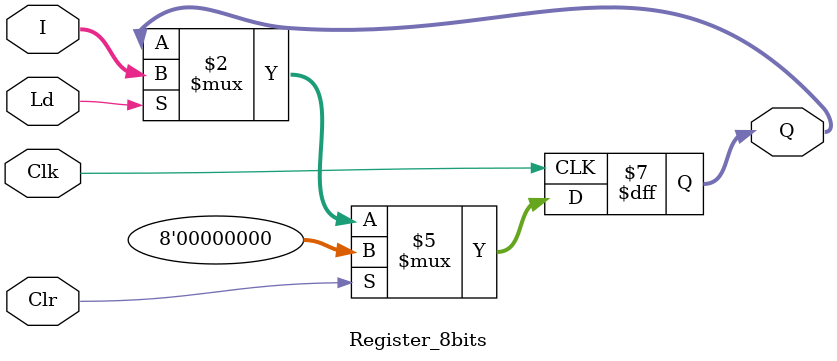
<source format=v>
`timescale 1ns / 1ps


module Register_8bits(Clk, Clr, Ld, I, Q);
    input Clk, Clr, Ld;
    input [7:0] I;
    output reg [7:0] Q;
    
    //write your code here
    always @(posedge Clk) begin
    if (Clr) begin
    Q <= 0;
    end else if (Ld) begin
    Q <= I;
    end
    end
    
   
endmodule

</source>
